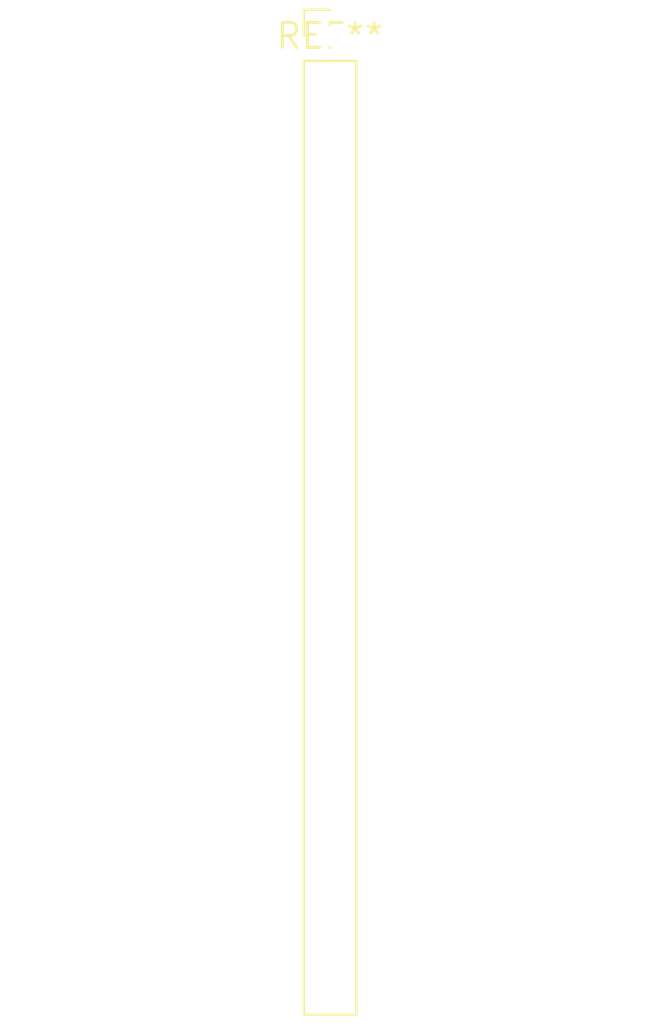
<source format=kicad_pcb>
(kicad_pcb (version 20240108) (generator pcbnew)
  (layers (0 "F.Cu" signal) (31 "B.Cu" signal) (34 "B.Paste" user) (35 "F.Paste" user) (36 "B.SilkS" user "B.Silkscreen") (37 "F.SilkS" user "F.Silkscreen") (38 "B.Mask" user) (39 "F.Mask" user) (44 "Edge.Cuts" user))
  (net 0 "")
  (footprint "PinHeader_1x20_P2.54mm_Vertical" (layer "F.Cu") (at 0 0)
    (property "Reference" "REF**")
    (property "Value" "PinHeader_1x20_P2.54mm_Vertical")
    (fp_line (start -1.33 -1.33) (end 0 -1.33) (layer "F.SilkS") (stroke (width 0.12)))
    (fp_line (start -1.33 0) (end -1.33 -1.33) (layer "F.SilkS") (stroke (width 0.12)))
    (fp_line (start -1.33 1.27) (end -1.33 49.59) (layer "F.SilkS") (stroke (width 0.12)))
    (fp_line (start -1.33 1.27) (end 1.33 1.27) (layer "F.SilkS") (stroke (width 0.12)))
    (fp_line (start -1.33 49.59) (end 1.33 49.59) (layer "F.SilkS") (stroke (width 0.12)))
    (fp_line (start 1.33 1.27) (end 1.33 49.59) (layer "F.SilkS") (stroke (width 0.12)))
    (pad "1" thru_hole rect (at 0 0) (size 1.7 1.7) (drill 1) (layers *.Cu *.Mask) (remove_unused_layers))
    (pad "2" thru_hole oval (at 0 2.54) (size 1.7 1.7) (drill 1) (layers *.Cu *.Mask) (remove_unused_layers))
    (pad "3" thru_hole oval (at 0 5.08) (size 1.7 1.7) (drill 1) (layers *.Cu *.Mask) (remove_unused_layers))
    (pad "4" thru_hole oval (at 0 7.62) (size 1.7 1.7) (drill 1) (layers *.Cu *.Mask) (remove_unused_layers))
    (pad "5" thru_hole oval (at 0 10.16) (size 1.7 1.7) (drill 1) (layers *.Cu *.Mask) (remove_unused_layers))
    (pad "6" thru_hole oval (at 0 12.7) (size 1.7 1.7) (drill 1) (layers *.Cu *.Mask) (remove_unused_layers))
    (pad "7" thru_hole oval (at 0 15.24) (size 1.7 1.7) (drill 1) (layers *.Cu *.Mask) (remove_unused_layers))
    (pad "8" thru_hole oval (at 0 17.78) (size 1.7 1.7) (drill 1) (layers *.Cu *.Mask) (remove_unused_layers))
    (pad "9" thru_hole oval (at 0 20.32) (size 1.7 1.7) (drill 1) (layers *.Cu *.Mask) (remove_unused_layers))
    (pad "10" thru_hole oval (at 0 22.86) (size 1.7 1.7) (drill 1) (layers *.Cu *.Mask) (remove_unused_layers))
    (pad "11" thru_hole oval (at 0 25.4) (size 1.7 1.7) (drill 1) (layers *.Cu *.Mask) (remove_unused_layers))
    (pad "12" thru_hole oval (at 0 27.94) (size 1.7 1.7) (drill 1) (layers *.Cu *.Mask) (remove_unused_layers))
    (pad "13" thru_hole oval (at 0 30.48) (size 1.7 1.7) (drill 1) (layers *.Cu *.Mask) (remove_unused_layers))
    (pad "14" thru_hole oval (at 0 33.02) (size 1.7 1.7) (drill 1) (layers *.Cu *.Mask) (remove_unused_layers))
    (pad "15" thru_hole oval (at 0 35.56) (size 1.7 1.7) (drill 1) (layers *.Cu *.Mask) (remove_unused_layers))
    (pad "16" thru_hole oval (at 0 38.1) (size 1.7 1.7) (drill 1) (layers *.Cu *.Mask) (remove_unused_layers))
    (pad "17" thru_hole oval (at 0 40.64) (size 1.7 1.7) (drill 1) (layers *.Cu *.Mask) (remove_unused_layers))
    (pad "18" thru_hole oval (at 0 43.18) (size 1.7 1.7) (drill 1) (layers *.Cu *.Mask) (remove_unused_layers))
    (pad "19" thru_hole oval (at 0 45.72) (size 1.7 1.7) (drill 1) (layers *.Cu *.Mask) (remove_unused_layers))
    (pad "20" thru_hole oval (at 0 48.26) (size 1.7 1.7) (drill 1) (layers *.Cu *.Mask) (remove_unused_layers))
  )
)
</source>
